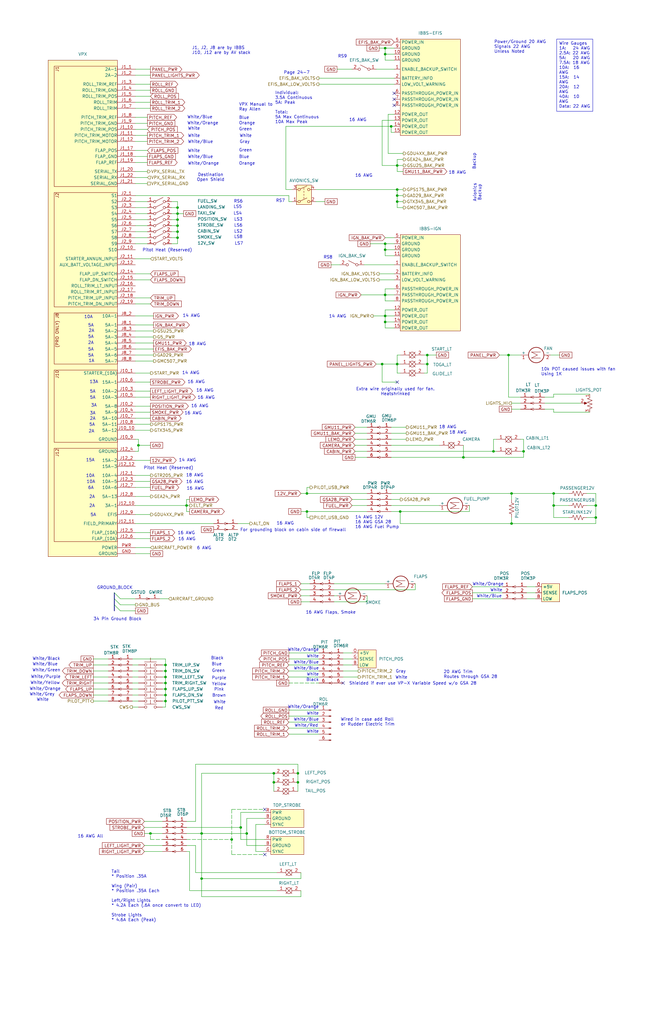
<source format=kicad_sch>
(kicad_sch (version 20250114) (generator "eeschema") (generator_version "9.0")
  (paper "B" portrait)
  (title_block (title "Power Distribution") (date "2025-11-03") (rev "1.2.2") (company "N78HR"))
  (text "16 AWG" (at 82.804 161.29 0) (effects (font (size 1.27 1.27))))
  (text "16 AWG" (at 74.93 225.806 0) (effects (font (size 1.27 1.27)) (justify left bottom)))
  (text "Destination\nOpen Shield" (at 88.9 74.93 0) (effects (font (size 1.27 1.27))))
  (text "14 AWG" (at 80.518 157.48 0) (effects (font (size 1.27 1.27))))
  (text "16 AWG Flaps, Smoke" (at 129.032 258.572 0) (effects (font (size 1.27 1.27)) (justify left)))
  (text "16 AWG" (at 82.804 165.608 0) (effects (font (size 1.27 1.27)) (justify left bottom)))
  (text "Yellow" (at 92.456 288.798 0) (effects (font (size 1.27 1.27))))
  (text "16 AWG" (at 84.328 171.45 0) (effects (font (size 1.27 1.27))))
  (text "RS8" (at 138.43 108.712 0) (effects (font (size 1.27 1.27))))
  (text "Power/Ground 20 AWG\nSignals 22 AWG\nUnless Noted" (at 208.534 19.812 0) (effects (font (size 1.27 1.27)) (justify left)))
  (text "Pink" (at 92.456 291.084 0) (effects (font (size 1.27 1.27))))
  (text "VPX Manual to\nRay Allen" (at 100.838 45.212 0) (effects (font (size 1.27 1.27)) (justify left)))
  (text "Pitot Heat (Reserved)" (at 70.612 105.664 0) (effects (font (size 1.27 1.27))))
  (text "White/Blue" (at 134.62 303.784 0) (effects (font (size 1.27 1.27)) (justify right)))
  (text "5A" (at 38.354 147.574 0) (effects (font (size 1.27 1.27))))
  (text "RS6" (at 100.584 85.09 0) (effects (font (size 1.27 1.27))))
  (text "2A" (at 38.608 139.7 0) (effects (font (size 1.27 1.27))))
  (text "White/Grey" (at 17.78 293.116 0) (effects (font (size 1.27 1.27))))
  (text "White/Purple" (at 19.304 285.75 0) (effects (font (size 1.27 1.27))))
  (text "14 AWG" (at 80.772 133.35 0) (effects (font (size 1.27 1.27))))
  (text "18 AWG" (at 188.976 180.34 0) (effects (font (size 1.27 1.27))))
  (text "Tail\n* Position .35A\n\nWing (Pair)\n* Position .35A Each\n\nLeft/Right Lights\n* 4.2A Each (.6A once convert to LED)\n\nStrobe Lights\n* 4.6A Each (Peak)" (at 46.99 378.206 0) (effects (font (size 1.27 1.27)) (justify left)))
  (text "LS3" (at 100.584 92.71 0) (effects (font (size 1.27 1.27))))
  (text "Orange" (at 100.838 69.088 0) (effects (font (size 1.27 1.27)) (justify left)))
  (text "Backup" (at 200.914 71.628 90) (effects (font (size 1.27 1.27)) (justify left bottom)))
  (text "2A" (at 38.862 213.614 0) (effects (font (size 1.27 1.27))))
  (text "18 AWG" (at 83.312 145.288 0) (effects (font (size 1.27 1.27))))
  (text "White/Blue" (at 211.836 251.714 0) (effects (font (size 1.27 1.27)) (justify right)))
  (text "18 AWG" (at 78.486 201.422 0) (effects (font (size 1.27 1.27)) (justify left bottom)))
  (text "18 AWG" (at 193.04 72.898 0) (effects (font (size 1.27 1.27))))
  (text "5A" (at 38.354 150.114 0) (effects (font (size 1.27 1.27))))
  (text "White" (at 134.62 301.244 0) (effects (font (size 1.27 1.27)) (justify right)))
  (text "LS4" (at 100.33 90.17 0) (effects (font (size 1.27 1.27))))
  (text "16 AWG" (at 78.486 204.216 0) (effects (font (size 1.27 1.27)) (justify left bottom)))
  (text "10A" (at 37.338 133.858 0) (effects (font (size 1.27 1.27))))
  (text "White/Orange" (at 134.62 298.45 0) (effects (font (size 1.27 1.27)) (justify right)))
  (text "Blue" (at 100.838 49.784 0) (effects (font (size 1.27 1.27)) (justify left)))
  (text "2A" (at 38.354 144.78 0) (effects (font (size 1.27 1.27))))
  (text "6 AWG" (at 83.058 232.156 0) (effects (font (size 1.27 1.27)) (justify left bottom)))
  (text "16 AWG All" (at 32.766 353.822 0) (effects (font (size 1.27 1.27)) (justify left bottom)))
  (text "White" (at 169.418 286.004 0) (effects (font (size 1.27 1.27))))
  (text "Shielded if ever use VP-X Variable Speed w/o GSA 28" (at 147.32 288.544 0) (effects (font (size 1.27 1.27)) (justify left)))
  (text "2A" (at 38.862 209.804 0) (effects (font (size 1.27 1.27))))
  (text "Green" (at 100.838 63.5 0) (effects (font (size 1.27 1.27)) (justify left)))
  (text "LS7" (at 100.838 102.87 0) (effects (font (size 1.27 1.27))))
  (text "RS9" (at 144.526 23.876 0) (effects (font (size 1.27 1.27))))
  (text "10k POT caused issues with fan\nUsing 1K" (at 228.346 156.972 0) (effects (font (size 1.27 1.27)) (justify left)))
  (text "White" (at 134.62 284.734 0) (effects (font (size 1.27 1.27)) (justify right)))
  (text "Black" (at 134.62 287.02 0) (effects (font (size 1.27 1.27)) (justify right)))
  (text "Blue" (at 91.44 280.416 0) (effects (font (size 1.27 1.27))))
  (text "14 AWG" (at 142.494 133.604 0) (effects (font (size 1.27 1.27))))
  (text "16 AWG" (at 78.74 207.01 0) (effects (font (size 1.27 1.27)) (justify left bottom)))
  (text "LS5" (at 100.33 87.376 0) (effects (font (size 1.27 1.27))))
  (text "White" (at 79.248 57.404 0) (effects (font (size 1.27 1.27)) (justify left)))
  (text "16 AWG" (at 83.312 168.656 0) (effects (font (size 1.27 1.27)) (justify left bottom)))
  (text "White" (at 134.62 277.114 0) (effects (font (size 1.27 1.27)) (justify right)))
  (text "1A" (at 38.608 152.4 0) (effects (font (size 1.27 1.27))))
  (text "White/Blue" (at 134.62 279.654 0) (effects (font (size 1.27 1.27)) (justify right)))
  (text "White" (at 134.62 308.864 0) (effects (font (size 1.27 1.27)) (justify right)))
  (text "White/Orange" (at 134.62 274.32 0) (effects (font (size 1.27 1.27)) (justify right)))
  (text "3A" (at 39.116 174.498 0) (effects (font (size 1.27 1.27))))
  (text "LS2" (at 100.584 97.79 0) (effects (font (size 1.27 1.27))))
  (text "White" (at 79.248 63.754 0) (effects (font (size 1.27 1.27)) (justify left)))
  (text "White/Blue" (at 129.286 282.194 0) (effects (font (size 1.27 1.27))))
  (text "13A" (at 39.624 161.29 0) (effects (font (size 1.27 1.27))))
  (text "16 AWG" (at 149.86 74.93 0) (effects (font (size 1.27 1.27)) (justify left bottom)))
  (text "Green" (at 100.838 54.61 0) (effects (font (size 1.27 1.27)) (justify left)))
  (text "White/Black" (at 19.558 278.13 0) (effects (font (size 1.27 1.27))))
  (text "RS7" (at 118.364 84.836 0) (effects (font (size 1.27 1.27))))
  (text "5A" (at 39.116 165.354 0) (effects (font (size 1.27 1.27))))
  (text "White/Blue" (at 78.994 49.53 0) (effects (font (size 1.27 1.27)) (justify left)))
  (text "LS8" (at 100.584 100.076 0) (effects (font (size 1.27 1.27))))
  (text "White/Red" (at 129.286 306.324 0) (effects (font (size 1.27 1.27))))
  (text "GROUND_BLOCK" (at 40.894 248.92 0) (effects (font (size 1.27 1.27)) (justify left bottom)))
  (text "Individual:\n3.5A Continuous\n5A: Peak\n\nTotal:\n5A Max Continuous\n10A Max Peak" (at 116.078 52.324 0) (effects (font (size 1.27 1.27)) (justify left bottom)))
  (text "2A" (at 38.608 182.118 0) (effects (font (size 1.27 1.27))))
  (text "16 AWG" (at 147.32 51.435 0) (effects (font (size 1.27 1.27)) (justify left bottom)))
  (text "10A" (at 38.1 200.914 0) (effects (font (size 1.27 1.27))))
  (text "3A" (at 39.624 171.196 0) (effects (font (size 1.27 1.27))))
  (text "White" (at 212.09 249.174 0) (effects (font (size 1.27 1.27)) (justify right)))
  (text "34 Pin Ground Block" (at 39.37 261.366 0) (effects (font (size 1.27 1.27)) (justify left)))
  (text "White" (at 92.71 296.418 0) (effects (font (size 1.27 1.27))))
  (text "15A" (at 38.1 194.31 0) (effects (font (size 1.27 1.27))))
  (text "16 AWG" (at 81.534 174.498 0) (effects (font (size 1.27 1.27))))
  (text "Purple" (at 92.456 286.258 0) (effects (font (size 1.27 1.27))))
  (text "2A" (at 39.116 176.784 0) (effects (font (size 1.27 1.27))))
  (text "16 AWG" (at 75.184 228.346 0) (effects (font (size 1.27 1.27)) (justify left bottom)))
  (text "Gray" (at 169.164 283.464 0) (effects (font (size 1.27 1.27))))
  (text "20 AWG Trim\nRoutes through GSA 28" (at 187.198 284.734 0) (effects (font (size 1.27 1.27)) (justify left)))
  (text "White/Orange" (at 79.248 69.088 0) (effects (font (size 1.27 1.27)) (justify left)))
  (text "White" (at 101.092 57.404 0) (effects (font (size 1.27 1.27)) (justify left)))
  (text "5A" (at 38.354 137.414 0) (effects (font (size 1.27 1.27))))
  (text "Brown" (at 92.456 293.624 0) (effects (font (size 1.27 1.27))))
  (text "White/Blue" (at 19.05 280.416 0) (effects (font (size 1.27 1.27))))
  (text "Red" (at 92.456 298.958 0) (effects (font (size 1.27 1.27))))
  (text "Green" (at 92.202 283.21 0) (effects (font (size 1.27 1.27))))
  (text "White/Orange" (at 212.598 246.634 0) (effects (font (size 1.27 1.27)) (justify right)))
  (text "Avionics\nBackup" (at 203.2 81.28 90) (effects (font (size 1.27 1.27)) (justify bottom)))
  (text "Gray" (at 101.092 59.944 0) (effects (font (size 1.27 1.27)) (justify left)))
  (text "Wired in case add Roll\nor Rudder Electric Trim" (at 143.764 304.8 0) (effects (font (size 1.27 1.27)) (justify left)))
  (text "5A" (at 38.862 179.324 0) (effects (font (size 1.27 1.27))))
  (text "Pitot Heat (Reserved)" (at 71.12 197.612 0) (effects (font (size 1.27 1.27))))
  (text "White/Yellow" (at 19.05 288.29 0) (effects (font (size 1.27 1.27))))
  (text "White/Orange" (at 19.05 290.83 0) (effects (font (size 1.27 1.27))))
  (text "5A" (at 39.37 217.424 0) (effects (font (size 1.27 1.27))))
  (text "J1, J2, J8 are by IBBS\nJ10, J12 are by AV stack" (at 81.026 21.336 0) (effects (font (size 1.27 1.27)) (justify left)))
  (text "5A" (at 38.354 142.24 0) (effects (font (size 1.27 1.27))))
  (text "18 AWG" (at 193.294 182.626 0) (effects (font (size 1.27 1.27))))
  (text "6A" (at 38.354 205.994 0) (effects (font (size 1.27 1.27))))
  (text "Orange" (at 100.838 52.07 0) (effects (font (size 1.27 1.27)) (justify left)))
  (text "For grounding block on cabin side of firewall" (at 101.346 223.774 0) (effects (font (size 1.27 1.27)) (justify left)))
  (text "White" (at 79.248 54.356 0) (effects (font (size 1.27 1.27)) (justify left)))
  (text "Blue" (at 100.838 66.294 0) (effects (font (size 1.27 1.27)) (justify left)))
  (text "14 AWG" (at 75.438 195.072 0) (effects (font (size 1.27 1.27)) (justify left bottom)))
  (text "White/Orange" (at 78.994 52.07 0) (effects (font (size 1.27 1.27)) (justify left)))
  (text "10A" (at 38.354 203.454 0) (effects (font (size 1.27 1.27))))
  (text "14 AWG 12V\n16 AWG GSA 28\n16 AWG Fuel Pump" (at 149.86 220.472 0) (effects (font (size 1.27 1.27)) (justify left)))
  (text "White/Blue" (at 79.248 66.294 0) (effects (font (size 1.27 1.27)) (justify left)))
  (text "Page 24-7" (at 125.222 30.734 0) (effects (font (size 1.27 1.27))))
  (text "Black" (at 91.694 277.876 0) (effects (font (size 1.27 1.27))))
  (text "16 AWG" (at 120.396 220.98 0) (effects (font (size 1.27 1.27))))
  (text "Extra wire originally used for fan.\nHeatshrinked" (at 166.878 165.354 0) (effects (font (size 1.27 1.27))))
  (text "White/Blue" (at 79.248 59.944 0) (effects (font (size 1.27 1.27)) (justify left)))
  (text "5A" (at 39.116 167.894 0) (effects (font (size 1.27 1.27))))
  (text "White" (at 18.034 295.402 0) (effects (font (size 1.27 1.27))))
  (text "White/Green" (at 19.558 282.956 0) (effects (font (size 1.27 1.27))))
  (text "LS6" (at 100.584 95.25 0) (effects (font (size 1.27 1.27))))
  (text_box "Wire Gauges\n1A:   24 AWG\n2.5A: 22 AWG\n5A:   20 AWG\n7.5A: 18 AWG\n10A:  16 AWG\n15A:  14 AWG\n20A:  12 AWG\n40A:  10 AWG\nData: 22 AWG" (at 234.95 16.51 0) (size 15.24 30.48) (margins 0.9525 0.9525 0.9525 0.9525) (effects (font (size 1.27 1.27)) (justify left top)))
  (junction (at 167.64 153.67))
  (junction (at 69.85 293.37))
  (junction (at 69.85 280.67))
  (junction (at 125.73 326.39))
  (junction (at 215.9 220.98))
  (junction (at 180.34 153.67))
  (junction (at 251.46 213.36))
  (junction (at 74.93 100.33))
  (junction (at 220.98 190.5))
  (junction (at 129.54 208.28))
  (junction (at 69.85 283.21))
  (junction (at 195.58 193.04))
  (junction (at 104.14 351.79))
  (junction (at 115.57 330.2))
  (junction (at 85.09 370.84))
  (junction (at 233.68 208.28))
  (junction (at 208.28 190.5))
  (junction (at 165.1 53.34))
  (junction (at 214.63 149.86))
  (junction (at 233.68 213.36))
  (junction (at 74.93 90.17))
  (junction (at 115.57 326.39))
  (junction (at 63.5 351.79))
  (junction (at 162.56 20.32))
  (junction (at 168.91 215.9))
  (junction (at 161.29 153.67))
  (junction (at 162.56 105.41))
  (junction (at 251.46 218.44))
  (junction (at 58.42 187.96))
  (junction (at 78.74 213.36))
  (junction (at 162.56 22.86))
  (junction (at 162.56 133.35))
  (junction (at 101.6 349.25))
  (junction (at 162.56 135.89))
  (junction (at 74.93 97.79))
  (junction (at 129.54 215.9))
  (junction (at 74.93 95.25))
  (junction (at 74.93 92.71))
  (junction (at 167.64 80.01))
  (junction (at 74.93 87.63))
  (junction (at 167.64 85.09))
  (junction (at 125.73 330.2))
  (junction (at 69.85 290.83))
  (junction (at 69.85 288.29))
  (junction (at 69.85 285.75))
  (junction (at 162.56 124.46))
  (junction (at 85.09 351.79))
  (junction (at 215.9 208.28))
  (junction (at 162.56 102.87))
  (junction (at 167.64 82.55))
  (junction (at 180.34 149.86))
  (junction (at 69.85 295.91))
  (junction (at 167.64 69.85))
  (junction (at 97.79 354.33))
  (no_connect (at 166.37 39.37))
  (no_connect (at 111.76 360.68))
  (no_connect (at 166.37 44.45))
  (no_connect (at 111.76 341.63))
  (no_connect (at 167.64 161.29))
  (no_connect (at 144.78 288.29))
  (no_connect (at 166.37 41.91))
  (bus_entry (at 48.26 250.19) (size 2.54 2.54))
  (bus_entry (at 48.26 255.27) (size 2.54 2.54))
  (bus_entry (at 48.26 252.73) (size 2.54 2.54))
  (wire (pts (xy 69.85 285.75) (xy 69.85 283.21)))
  (wire (pts (xy 165.1 180.34) (xy 171.45 180.34)))
  (wire (pts (xy 179.07 149.86) (xy 180.34 149.86)))
  (wire (pts (xy 220.98 185.42) (xy 220.98 190.5)))
  (wire (pts (xy 60.96 359.41) (xy 68.58 359.41)))
  (wire (pts (xy 162.56 20.32) (xy 162.56 22.86)))
  (wire (pts (xy 68.58 283.21) (xy 69.85 283.21)))
  (wire (pts (xy 127 368.3) (xy 127 370.84)))
  (wire (pts (xy 72.39 95.25) (xy 74.93 95.25)))
  (wire (pts (xy 166.37 20.32) (xy 162.56 20.32)))
  (wire (pts (xy 78.74 210.82) (xy 78.74 213.36)))
  (wire (pts (xy 58.42 187.96) (xy 63.5 187.96)))
  (wire (pts (xy 57.15 29.21) (xy 63.5 29.21)))
  (wire (pts (xy 163.83 64.77) (xy 170.18 64.77)))
  (wire (pts (xy 60.96 346.71) (xy 68.58 346.71)))
  (wire (pts (xy 158.75 153.67) (xy 161.29 153.67)))
  (wire (pts (xy 170.18 69.85) (xy 167.64 69.85)))
  (wire (pts (xy 170.18 87.63) (xy 167.64 87.63)))
  (wire (pts (xy 167.64 67.31) (xy 167.64 69.85)))
  (wire (pts (xy 215.9 172.72) (xy 219.71 172.72)))
  (wire (pts (xy 233.68 213.36) (xy 233.68 218.44)))
  (wire (pts (xy 125.73 330.2) (xy 125.73 334.01)))
  (wire (pts (xy 57.15 40.64) (xy 63.5 40.64)))
  (wire (pts (xy 149.86 190.5) (xy 154.94 190.5)))
  (wire (pts (xy 166.37 55.88) (xy 165.1 55.88)))
  (wire (pts (xy 129.54 218.44) (xy 129.54 215.9)))
  (wire (pts (xy 179.07 153.67) (xy 180.34 153.67)))
  (wire (pts (xy 121.92 275.59) (xy 134.62 275.59)))
  (wire (pts (xy 165.1 185.42) (xy 171.45 185.42)))
  (wire (pts (xy 144.78 285.75) (xy 151.13 285.75)))
  (wire (pts (xy 55.88 288.29) (xy 58.42 288.29)))
  (wire (pts (xy 168.91 215.9) (xy 168.91 220.98)))
  (wire (pts (xy 60.96 349.25) (xy 68.58 349.25)))
  (wire (pts (xy 121.92 309.88) (xy 134.62 309.88)))
  (wire (pts (xy 127 208.28) (xy 129.54 208.28)))
  (wire (pts (xy 167.64 82.55) (xy 167.64 80.01)))
  (wire (pts (xy 167.64 153.67) (xy 167.64 149.86)))
  (wire (pts (xy 57.15 133.35) (xy 64.77 133.35)))
  (wire (pts (xy 69.85 280.67) (xy 68.58 280.67)))
  (wire (pts (xy 162.56 105.41) (xy 162.56 102.87)))
  (wire (pts (xy 214.63 149.86) (xy 214.63 167.64)))
  (wire (pts (xy 198.12 215.9) (xy 198.12 213.36)))
  (wire (pts (xy 60.96 351.79) (xy 63.5 351.79)))
  (wire (pts (xy 57.15 233.68) (xy 63.5 233.68)))
  (wire (pts (xy 85.09 351.79) (xy 85.09 370.84)))
  (wire (pts (xy 57.15 231.14) (xy 63.5 231.14)))
  (wire (pts (xy 167.64 157.48) (xy 167.64 153.67)))
  (wire (pts (xy 55.88 285.75) (xy 58.42 285.75)))
  (wire (pts (xy 57.15 205.74) (xy 63.5 205.74)))
  (wire (pts (xy 78.74 349.25) (xy 101.6 349.25)))
  (wire (pts (xy 111.76 356.87) (xy 104.14 356.87)))
  (wire (pts (xy 111.76 342.9) (xy 101.6 342.9)))
  (wire (pts (xy 233.68 172.72) (xy 233.68 173.99)))
  (wire (pts (xy 167.64 87.63) (xy 167.64 85.09)))
  (wire (pts (xy 55.88 298.45) (xy 58.42 298.45)))
  (wire (pts (xy 168.91 220.98) (xy 215.9 220.98)))
  (wire (pts (xy 134.62 33.02) (xy 166.37 33.02)))
  (wire (pts (xy 167.64 82.55) (xy 170.18 82.55)))
  (wire (pts (xy 74.93 85.09) (xy 74.93 87.63)))
  (wire (pts (xy 57.15 35.56) (xy 63.5 35.56)))
  (wire (pts (xy 229.87 172.72) (xy 233.68 172.72)))
  (wire (pts (xy 170.18 67.31) (xy 167.64 67.31)))
  (wire (pts (xy 165.1 210.82) (xy 168.91 210.82)))
  (wire (pts (xy 78.74 359.41) (xy 80.01 359.41)))
  (wire (pts (xy 57.15 128.27) (xy 63.5 128.27)))
  (wire (pts (xy 120.65 80.01) (xy 123.19 80.01)))
  (wire (pts (xy 57.15 85.09) (xy 62.23 85.09)))
  (wire (pts (xy 142.24 29.21) (xy 148.59 29.21)))
  (wire (pts (xy 107.95 347.98) (xy 111.76 347.98)))
  (wire (pts (xy 85.09 370.84) (xy 127 370.84)))
  (wire (pts (xy 74.93 90.17) (xy 74.93 92.71)))
  (wire (pts (xy 57.15 109.22) (xy 63.5 109.22)))
  (wire (pts (xy 69.85 295.91) (xy 69.85 298.45)))
  (wire (pts (xy 57.15 185.42) (xy 58.42 185.42)))
  (wire (pts (xy 180.34 149.86) (xy 184.15 149.86)))
  (wire (pts (xy 127 246.38) (xy 130.81 246.38)))
  (wire (pts (xy 162.56 25.4) (xy 162.56 22.86)))
  (wire (pts (xy 161.29 153.67) (xy 167.64 153.67)))
  (wire (pts (xy 220.98 193.04) (xy 220.98 190.5)))
  (wire (pts (xy 127 248.92) (xy 130.81 248.92)))
  (wire (pts (xy 125.73 326.39) (xy 125.73 330.2)))
  (wire (pts (xy 57.15 102.87) (xy 62.23 102.87)))
  (wire (pts (xy 55.88 278.13) (xy 69.85 278.13)))
  (wire (pts (xy 166.37 107.95) (xy 162.56 107.95)))
  (wire (pts (xy 57.15 49.53) (xy 62.23 49.53)))
  (wire (pts (xy 57.15 137.16) (xy 64.77 137.16)))
  (wire (pts (xy 57.15 220.98) (xy 90.17 220.98)))
  (wire (pts (xy 74.93 95.25) (xy 74.93 92.71)))
  (wire (pts (xy 78.74 354.33) (xy 97.79 354.33)) (stroke (width 0) (type dash)))
  (wire (pts (xy 160.02 20.32) (xy 162.56 20.32)))
  (wire (pts (xy 85.09 370.84) (xy 85.09 378.46)))
  (wire (pts (xy 57.15 144.78) (xy 64.77 144.78)))
  (wire (pts (xy 148.59 210.82) (xy 154.94 210.82)))
  (wire (pts (xy 229.87 167.64) (xy 233.68 167.64)))
  (wire (pts (xy 180.34 153.67) (xy 180.34 149.86)))
  (wire (pts (xy 127 251.46) (xy 130.81 251.46)))
  (wire (pts (xy 57.15 224.79) (xy 63.5 224.79)))
  (wire (pts (xy 57.15 149.86) (xy 64.77 149.86)))
  (wire (pts (xy 50.8 257.81) (xy 57.15 257.81)))
  (wire (pts (xy 78.74 351.79) (xy 85.09 351.79)))
  (wire (pts (xy 57.15 147.32) (xy 64.77 147.32)))
  (wire (pts (xy 74.93 90.17) (xy 77.47 90.17)))
  (wire (pts (xy 57.15 194.31) (xy 63.5 194.31)))
  (wire (pts (xy 57.15 176.53) (xy 63.5 176.53)))
  (wire (pts (xy 63.5 354.33) (xy 63.5 351.79)) (stroke (width 0) (type dash)))
  (wire (pts (xy 222.25 247.65) (xy 226.06 247.65)))
  (wire (pts (xy 57.15 161.29) (xy 63.5 161.29)))
  (wire (pts (xy 170.18 72.39) (xy 167.64 72.39)))
  (wire (pts (xy 165.1 55.88) (xy 165.1 53.34)))
  (wire (pts (xy 55.88 293.37) (xy 58.42 293.37)))
  (wire (pts (xy 165.1 208.28) (xy 215.9 208.28)))
  (wire (pts (xy 101.6 342.9) (xy 101.6 349.25)))
  (wire (pts (xy 133.35 80.01) (xy 167.64 80.01)))
  (wire (pts (xy 39.37 283.21) (xy 45.72 283.21)))
  (wire (pts (xy 195.58 193.04) (xy 220.98 193.04)))
  (wire (pts (xy 199.39 250.19) (xy 212.09 250.19)))
  (wire (pts (xy 140.97 251.46) (xy 142.24 251.46)))
  (wire (pts (xy 233.68 166.37) (xy 248.92 166.37)))
  (wire (pts (xy 57.15 68.58) (xy 62.23 68.58)))
  (wire (pts (xy 39.37 295.91) (xy 45.72 295.91)))
  (wire (pts (xy 50.8 255.27) (xy 57.15 255.27)))
  (wire (pts (xy 111.76 345.44) (xy 104.14 345.44)))
  (wire (pts (xy 161.29 69.85) (xy 167.64 69.85)))
  (wire (pts (xy 222.25 252.73) (xy 226.06 252.73)))
  (wire (pts (xy 68.58 290.83) (xy 69.85 290.83)))
  (wire (pts (xy 149.86 193.04) (xy 154.94 193.04)))
  (wire (pts (xy 57.15 57.15) (xy 62.23 57.15)))
  (wire (pts (xy 165.1 190.5) (xy 208.28 190.5)))
  (wire (pts (xy 39.37 290.83) (xy 45.72 290.83)))
  (wire (pts (xy 57.15 200.66) (xy 63.5 200.66)))
  (wire (pts (xy 162.56 127) (xy 166.37 127)))
  (bus (pts (xy 48.26 252.73) (xy 48.26 255.27)))
  (wire (pts (xy 208.28 185.42) (xy 209.55 185.42)))
  (wire (pts (xy 233.68 208.28) (xy 240.03 208.28)))
  (wire (pts (xy 80.01 375.92) (xy 116.84 375.92)))
  (wire (pts (xy 68.58 298.45) (xy 69.85 298.45)))
  (wire (pts (xy 57.15 66.04) (xy 62.23 66.04)))
  (wire (pts (xy 55.88 290.83) (xy 58.42 290.83)))
  (wire (pts (xy 57.15 52.07) (xy 62.23 52.07)))
  (wire (pts (xy 57.15 171.45) (xy 63.5 171.45)))
  (wire (pts (xy 139.7 111.76) (xy 143.51 111.76)))
  (wire (pts (xy 85.09 326.39) (xy 115.57 326.39)))
  (wire (pts (xy 165.1 53.34) (xy 166.37 53.34)))
  (wire (pts (xy 57.15 142.24) (xy 64.77 142.24)))
  (wire (pts (xy 162.56 121.92) (xy 162.56 124.46)))
  (wire (pts (xy 162.56 138.43) (xy 166.37 138.43)))
  (wire (pts (xy 60.96 356.87) (xy 68.58 356.87)))
  (wire (pts (xy 162.56 124.46) (xy 162.56 127)))
  (wire (pts (xy 215.9 170.18) (xy 219.71 170.18)))
  (wire (pts (xy 63.5 354.33) (xy 68.58 354.33)) (stroke (width 0) (type dash)))
  (wire (pts (xy 57.15 227.33) (xy 63.5 227.33)))
  (wire (pts (xy 229.87 170.18) (xy 245.11 170.18)))
  (wire (pts (xy 82.55 322.58) (xy 82.55 346.71)))
  (wire (pts (xy 57.15 152.4) (xy 64.77 152.4)))
  (wire (pts (xy 162.56 130.81) (xy 162.56 133.35)))
  (wire (pts (xy 144.78 278.13) (xy 148.59 278.13)))
  (wire (pts (xy 85.09 378.46) (xy 127 378.46)))
  (wire (pts (xy 63.5 351.79) (xy 68.58 351.79)))
  (wire (pts (xy 69.85 293.37) (xy 69.85 290.83)))
  (wire (pts (xy 57.15 181.61) (xy 63.5 181.61)))
  (wire (pts (xy 140.97 246.38) (xy 162.56 246.38)))
  (wire (pts (xy 115.57 326.39) (xy 115.57 330.2)))
  (wire (pts (xy 68.58 285.75) (xy 69.85 285.75)))
  (wire (pts (xy 120.65 53.34) (xy 165.1 53.34)))
  (wire (pts (xy 134.62 35.56) (xy 166.37 35.56)))
  (wire (pts (xy 240.03 213.36) (xy 233.68 213.36)))
  (wire (pts (xy 167.64 80.01) (xy 170.18 80.01)))
  (wire (pts (xy 251.46 213.36) (xy 251.46 218.44)))
  (wire (pts (xy 39.37 288.29) (xy 45.72 288.29)))
  (wire (pts (xy 55.88 295.91) (xy 58.42 295.91)))
  (wire (pts (xy 149.86 180.34) (xy 154.94 180.34)))
  (wire (pts (xy 162.56 102.87) (xy 166.37 102.87)))
  (wire (pts (xy 153.67 111.76) (xy 166.37 111.76)))
  (wire (pts (xy 219.71 190.5) (xy 220.98 190.5)))
  (wire (pts (xy 57.15 217.17) (xy 63.5 217.17)))
  (wire (pts (xy 165.1 215.9) (xy 168.91 215.9)))
  (wire (pts (xy 121.92 85.09) (xy 121.92 82.55)))
  (wire (pts (xy 55.88 283.21) (xy 58.42 283.21)))
  (wire (pts (xy 133.35 85.09) (xy 137.16 85.09)))
  (wire (pts (xy 69.85 283.21) (xy 69.85 280.67)))
  (wire (pts (xy 170.18 85.09) (xy 167.64 85.09)))
  (wire (pts (xy 121.92 82.55) (xy 57.15 82.55)))
  (wire (pts (xy 162.56 135.89) (xy 166.37 135.89)))
  (wire (pts (xy 140.97 248.92) (xy 175.26 248.92)))
  (wire (pts (xy 120.65 53.34) (xy 120.65 80.01)))
  (wire (pts (xy 140.97 254) (xy 154.94 254)))
  (wire (pts (xy 57.15 157.48) (xy 63.5 157.48)))
  (wire (pts (xy 156.21 102.87) (xy 162.56 102.87)))
  (wire (pts (xy 121.92 304.8) (xy 134.62 304.8)))
  (wire (pts (xy 251.46 208.28) (xy 247.65 208.28)))
  (wire (pts (xy 127 215.9) (xy 129.54 215.9)))
  (wire (pts (xy 80.01 215.9) (xy 78.74 215.9)))
  (wire (pts (xy 180.34 157.48) (xy 180.34 153.67)))
  (wire (pts (xy 72.39 85.09) (xy 74.93 85.09)))
  (wire (pts (xy 57.15 31.75) (xy 63.5 31.75)))
  (wire (pts (xy 240.03 218.44) (xy 233.68 218.44)))
  (wire (pts (xy 121.92 280.67) (xy 134.62 280.67)))
  (wire (pts (xy 72.39 87.63) (xy 74.93 87.63)))
  (wire (pts (xy 82.55 368.3) (xy 116.84 368.3)))
  (wire (pts (xy 214.63 167.64) (xy 219.71 167.64)))
  (wire (pts (xy 68.58 288.29) (xy 69.85 288.29)))
  (wire (pts (xy 215.9 218.44) (xy 215.9 220.98)))
  (wire (pts (xy 57.15 95.25) (xy 62.23 95.25)))
  (wire (pts (xy 144.78 280.67) (xy 148.59 280.67)))
  (wire (pts (xy 57.15 115.57) (xy 63.5 115.57)))
  (wire (pts (xy 161.29 50.8) (xy 166.37 50.8)))
  (wire (pts (xy 85.09 326.39) (xy 85.09 351.79)))
  (wire (pts (xy 144.78 275.59) (xy 148.59 275.59)))
  (wire (pts (xy 57.15 54.61) (xy 62.23 54.61)))
  (wire (pts (xy 168.91 157.48) (xy 167.64 157.48)))
  (wire (pts (xy 72.39 92.71) (xy 74.93 92.71)))
  (wire (pts (xy 215.9 210.82) (xy 215.9 208.28)))
  (wire (pts (xy 97.79 341.63) (xy 111.76 341.63)) (stroke (width 0) (type dash)))
  (wire (pts (xy 165.1 193.04) (xy 195.58 193.04)))
  (wire (pts (xy 78.74 215.9) (xy 78.74 213.36)))
  (wire (pts (xy 80.01 359.41) (xy 80.01 375.92)))
  (wire (pts (xy 167.64 85.09) (xy 167.64 82.55)))
  (wire (pts (xy 57.15 167.64) (xy 63.5 167.64)))
  (wire (pts (xy 39.37 293.37) (xy 45.72 293.37)))
  (wire (pts (xy 97.79 341.63) (xy 97.79 354.33)) (stroke (width 0) (type dash)))
  (wire (pts (xy 78.74 210.82) (xy 80.01 210.82)))
  (wire (pts (xy 233.68 208.28) (xy 233.68 213.36)))
  (wire (pts (xy 74.93 100.33) (xy 74.93 97.79)))
  (wire (pts (xy 166.37 48.26) (xy 163.83 48.26)))
  (wire (pts (xy 162.56 135.89) (xy 162.56 138.43)))
  (wire (pts (xy 58.42 187.96) (xy 58.42 190.5)))
  (wire (pts (xy 165.1 187.96) (xy 185.42 187.96)))
  (wire (pts (xy 57.15 43.18) (xy 63.5 43.18)))
  (wire (pts (xy 121.92 302.26) (xy 134.62 302.26)))
  (wire (pts (xy 57.15 190.5) (xy 58.42 190.5)))
  (wire (pts (xy 125.73 322.58) (xy 82.55 322.58)))
  (wire (pts (xy 210.82 149.86) (xy 214.63 149.86)))
  (wire (pts (xy 233.68 173.99) (xy 248.92 173.99)))
  (wire (pts (xy 149.86 187.96) (xy 154.94 187.96)))
  (wire (pts (xy 149.86 185.42) (xy 154.94 185.42)))
  (wire (pts (xy 162.56 133.35) (xy 166.37 133.35)))
  (wire (pts (xy 127 375.92) (xy 127 378.46)))
  (wire (pts (xy 175.26 248.92) (xy 175.26 246.38)))
  (wire (pts (xy 199.39 247.65) (xy 212.09 247.65)))
  (wire (pts (xy 179.07 157.48) (xy 180.34 157.48)))
  (wire (pts (xy 247.65 213.36) (xy 251.46 213.36)))
  (wire (pts (xy 68.58 295.91) (xy 69.85 295.91)))
  (wire (pts (xy 57.15 118.11) (xy 63.5 118.11)))
  (wire (pts (xy 58.42 185.42) (xy 58.42 187.96)))
  (wire (pts (xy 121.92 278.13) (xy 134.62 278.13)))
  (wire (pts (xy 50.8 252.73) (xy 57.15 252.73)))
  (wire (pts (xy 39.37 285.75) (xy 45.72 285.75)))
  (wire (pts (xy 78.74 356.87) (xy 82.55 356.87)))
  (wire (pts (xy 162.56 124.46) (xy 166.37 124.46)))
  (wire (pts (xy 100.33 220.98) (xy 105.41 220.98)))
  (wire (pts (xy 160.02 115.57) (xy 166.37 115.57)))
  (bus (pts (xy 48.26 255.27) (xy 48.26 257.81)))
  (wire (pts (xy 57.15 72.39) (xy 62.23 72.39)))
  (wire (pts (xy 69.85 278.13) (xy 69.85 280.67)))
  (wire (pts (xy 74.93 87.63) (xy 74.93 90.17)))
  (wire (pts (xy 215.9 208.28) (xy 233.68 208.28)))
  (wire (pts (xy 57.15 173.99) (xy 63.5 173.99)))
  (wire (pts (xy 57.15 90.17) (xy 62.23 90.17)))
  (wire (pts (xy 107.95 359.41) (xy 107.95 347.98)))
  (wire (pts (xy 144.78 283.21) (xy 151.13 283.21)))
  (wire (pts (xy 111.76 359.41) (xy 107.95 359.41)))
  (wire (pts (xy 161.29 50.8) (xy 161.29 69.85)))
  (wire (pts (xy 121.92 288.29) (xy 134.62 288.29)) (stroke (width 0) (type dash)))
  (wire (pts (xy 168.91 153.67) (xy 167.64 153.67)))
  (wire (pts (xy 220.98 185.42) (xy 219.71 185.42)))
  (wire (pts (xy 57.15 77.47) (xy 62.23 77.47)))
  (wire (pts (xy 163.83 48.26) (xy 163.83 64.77)))
  (wire (pts (xy 158.75 29.21) (xy 166.37 29.21)))
  (wire (pts (xy 57.15 74.93) (xy 62.23 74.93)))
  (wire (pts (xy 115.57 330.2) (xy 115.57 334.01)))
  (wire (pts (xy 165.1 213.36) (xy 185.42 213.36)))
  (wire (pts (xy 57.15 100.33) (xy 62.23 100.33)))
  (wire (pts (xy 57.15 165.1) (xy 63.5 165.1)))
  (wire (pts (xy 165.1 182.88) (xy 171.45 182.88)))
  (wire (pts (xy 121.92 307.34) (xy 134.62 307.34)))
  (wire (pts (xy 129.54 215.9) (xy 154.94 215.9)))
  (wire (pts (xy 80.01 213.36) (xy 78.74 213.36)))
  (wire (pts (xy 57.15 38.1) (xy 63.5 38.1)))
  (wire (pts (xy 97.79 354.33) (xy 97.79 360.68)) (stroke (width 0) (type dash)))
  (wire (pts (xy 39.37 278.13) (xy 45.72 278.13)))
  (wire (pts (xy 72.39 100.33) (xy 74.93 100.33)))
  (wire (pts (xy 39.37 280.67) (xy 45.72 280.67)))
  (wire (pts (xy 162.56 107.95) (xy 162.56 105.41)))
  (wire (pts (xy 57.15 203.2) (xy 63.5 203.2)))
  (wire (pts (xy 247.65 218.44) (xy 251.46 218.44)))
  (wire (pts (xy 251.46 218.44) (xy 251.46 220.98)))
  (wire (pts (xy 130.81 205.74) (xy 129.54 205.74)))
  (wire (pts (xy 57.15 97.79) (xy 62.23 97.79)))
  (wire (pts (xy 74.93 97.79) (xy 74.93 95.25)))
  (wire (pts (xy 148.59 213.36) (xy 154.94 213.36)))
  (wire (pts (xy 72.39 97.79) (xy 74.93 97.79)))
  (wire (pts (xy 129.54 208.28) (xy 154.94 208.28)))
  (wire (pts (xy 168.91 215.9) (xy 198.12 215.9)))
  (wire (pts (xy 57.15 213.36) (xy 78.74 213.36)))
  (wire (pts (xy 161.29 161.29) (xy 167.64 161.29)))
  (wire (pts (xy 104.14 345.44) (xy 104.14 351.79)))
  (wire (pts (xy 162.56 105.41) (xy 166.37 105.41)))
  (wire (pts (xy 97.79 360.68) (xy 111.76 360.68)) (stroke (width 0) (type dash)))
  (wire (pts (xy 166.37 121.92) (xy 162.56 121.92)))
  (wire (pts (xy 57.15 179.07) (xy 63.5 179.07)))
  (wire (pts (xy 104.14 356.87) (xy 104.14 351.79)))
  (wire (pts (xy 160.02 118.11) (xy 166.37 118.11)))
  (wire (pts (xy 121.92 283.21) (xy 134.62 283.21)))
  (wire (pts (xy 72.39 90.17) (xy 74.93 90.17)))
  (wire (pts (xy 162.56 100.33) (xy 166.37 100.33)))
  (wire (pts (xy 57.15 87.63) (xy 62.23 87.63)))
  (wire (pts (xy 166.37 130.81) (xy 162.56 130.81)))
  (wire (pts (xy 251.46 213.36) (xy 251.46 208.28)))
  (wire (pts (xy 69.85 290.83) (xy 69.85 288.29)))
  (wire (pts (xy 121.92 299.72) (xy 134.62 299.72)))
  (wire (pts (xy 199.39 252.73) (xy 212.09 252.73)))
  (wire (pts (xy 69.85 288.29) (xy 69.85 285.75)))
  (wire (pts (xy 152.4 124.46) (xy 162.56 124.46)))
  (wire (pts (xy 166.37 22.86) (xy 162.56 22.86)))
  (wire (pts (xy 215.9 220.98) (xy 251.46 220.98)))
  (wire (pts (xy 154.94 254) (xy 154.94 251.46)))
  (wire (pts (xy 82.55 356.87) (xy 82.55 368.3)))
  (wire (pts (xy 166.37 25.4) (xy 162.56 25.4)))
  (wire (pts (xy 101.6 349.25) (xy 101.6 354.33)))
  (wire (pts (xy 57.15 139.7) (xy 64.77 139.7)))
  (wire (pts (xy 125.73 326.39) (xy 125.73 322.58)))
  (wire (pts (xy 74.93 102.87) (xy 74.93 100.33)))
  (bus (pts (xy 48.26 250.19) (xy 48.26 252.73)))
  (wire (pts (xy 232.41 149.86) (xy 236.22 149.86)))
  (wire (pts (xy 85.09 351.79) (xy 104.14 351.79)))
  (wire (pts (xy 157.48 133.35) (xy 162.56 133.35)))
  (wire (pts (xy 57.15 209.55) (xy 63.5 209.55)))
  (wire (pts (xy 214.63 149.86) (xy 219.71 149.86)))
  (wire (pts (xy 129.54 205.74) (xy 129.54 208.28)))
  (wire (pts (xy 55.88 280.67) (xy 58.42 280.67)))
  (wire (pts (xy 57.15 63.5) (xy 62.23 63.5)))
  (wire (pts (xy 195.58 187.96) (xy 195.58 193.04)))
  (wire (pts (xy 68.58 293.37) (xy 69.85 293.37)))
  (wire (pts (xy 208.28 190.5) (xy 209.55 190.5)))
  (wire (pts (xy 121.92 285.75) (xy 134.62 285.75)))
  (wire (pts (xy 162.56 133.35) (xy 162.56 135.89)))
  (wire (pts (xy 168.91 149.86) (xy 167.64 149.86)))
  (wire (pts (xy 111.76 354.33) (xy 101.6 354.33)))
  (wire (pts (xy 78.74 346.71) (xy 82.55 346.71)))
  (wire (pts (xy 72.39 102.87) (xy 74.93 102.87)))
  (wire (pts (xy 57.15 59.69) (xy 62.23 59.69)))
  (wire (pts (xy 127 254) (xy 130.81 254)))
  (wire (pts (xy 57.15 125.73) (xy 63.5 125.73)))
  (wire (pts (xy 233.68 167.64) (xy 233.68 166.37)))
  (wire (pts (xy 57.15 45.72) (xy 63.5 45.72)))
  (wire (pts (xy 130.81 218.44) (xy 129.54 218.44)))
  (wire (pts (xy 222.25 250.19) (xy 226.06 250.19)))
  (wire (pts (xy 161.29 153.67) (xy 161.29 161.29)))
  (wire (pts (xy 167.64 69.85) (xy 167.64 72.39)))
  (wire (pts (xy 69.85 293.37) (xy 69.85 295.91)))
  (wire (pts (xy 149.86 182.88) (xy 154.94 182.88)))
  (wire (pts (xy 67.31 252.73) (xy 71.12 252.73)))
  (wire (pts (xy 57.15 92.71) (xy 62.23 92.71)))
  (wire (pts (xy 208.28 185.42) (xy 208.28 190.5)))
  (wire (pts (xy 121.92 85.09) (xy 123.19 85.09)))
  (global_label "PITCH_TRIM_2" (shape input) (at 121.92 283.21 180) (property "Intersheetrefs" "${INTERSHEET_REFS}" (effects (hide yes))))
  (global_label "IGN_BAK_PWR" (shape input) (at 162.56 100.33 180) (property "Intersheetrefs" "${INTERSHEET_REFS}" (effects (hide yes))))
  (global_label "PITCH_TRIM_1" (shape output) (at 62.23 57.15 0) (property "Intersheetrefs" "${INTERSHEET_REFS}" (effects (hide yes))))
  (global_label "GMU11_PWR" (shape output) (at 64.77 144.78 0) (property "Intersheetrefs" "${INTERSHEET_REFS}" (effects (hide yes))))
  (global_label "ROLL_POS" (shape input) (at 63.5 40.64 0) (property "Intersheetrefs" "${INTERSHEET_REFS}" (effects (hide yes))))
  (global_label "GND" (shape passive) (at 184.15 149.86 0) (property "Intersheetrefs" "${INTERSHEET_REFS}" (effects (hide yes))))
  (global_label "FLAPS_UP" (shape output) (at 39.37 290.83 180) (property "Intersheetrefs" "${INTERSHEET_REFS}" (effects (hide yes))))
  (global_label "FLAPS_DOWN" (shape input) (at 63.5 118.11 0) (property "Intersheetrefs" "${INTERSHEET_REFS}" (effects (hide yes))))
  (global_label "12V_PWR" (shape input) (at 127 208.28 180) (property "Intersheetrefs" "${INTERSHEET_REFS}" (effects (hide yes))))
  (global_label "GND" (shape passive) (at 142.24 29.21 180) (property "Intersheetrefs" "${INTERSHEET_REFS}" (effects (hide yes))))
  (global_label "ROLL_TRIM_1" (shape output) (at 63.5 43.18 0) (property "Intersheetrefs" "${INTERSHEET_REFS}" (effects (hide yes))))
  (global_label "LEMO_PWR" (shape input) (at 149.86 185.42 180) (property "Intersheetrefs" "${INTERSHEET_REFS}" (effects (hide yes))))
  (global_label "GND" (shape passive) (at 63.5 233.68 0) (property "Intersheetrefs" "${INTERSHEET_REFS}" (effects (hide yes))))
  (global_label "FUEL_PWR" (shape output) (at 63.5 205.74 0) (property "Intersheetrefs" "${INTERSHEET_REFS}" (effects (hide yes))))
  (global_label "TRIM_UP" (shape output) (at 39.37 280.67 180) (property "Intersheetrefs" "${INTERSHEET_REFS}" (effects (hide yes))))
  (global_label "EFIS_BAK_PWR" (shape input) (at 166.37 17.78 180) (property "Intersheetrefs" "${INTERSHEET_REFS}" (effects (hide yes))))
  (global_label "PITCH_TRIM_2" (shape output) (at 62.23 59.69 0) (property "Intersheetrefs" "${INTERSHEET_REFS}" (effects (hide yes))))
  (global_label "12V_PWR" (shape output) (at 63.5 194.31 0) (property "Intersheetrefs" "${INTERSHEET_REFS}" (effects (hide yes))))
  (global_label "PANEL_LIGHTS_PWR" (shape input) (at 158.75 153.67 180) (property "Intersheetrefs" "${INTERSHEET_REFS}" (effects (hide yes))))
  (global_label "GMU11_BAK_PWR" (shape output) (at 170.18 72.39 0) (property "Intersheetrefs" "${INTERSHEET_REFS}" (effects (hide yes))))
  (global_label "TRIM_DOWN" (shape output) (at 39.37 283.21 180) (property "Intersheetrefs" "${INTERSHEET_REFS}" (effects (hide yes))))
  (global_label "FLAPS_REF" (shape output) (at 62.23 68.58 0) (property "Intersheetrefs" "${INTERSHEET_REFS}" (effects (hide yes))))
  (global_label "GND" (shape passive) (at 77.47 90.17 0) (property "Intersheetrefs" "${INTERSHEET_REFS}" (effects (hide yes))))
  (global_label "PANEL_PWR" (shape input) (at 210.82 149.86 180) (property "Intersheetrefs" "${INTERSHEET_REFS}" (effects (hide yes))))
  (global_label "CAMERA_PWR" (shape input) (at 149.86 187.96 180) (property "Intersheetrefs" "${INTERSHEET_REFS}" (effects (hide yes))))
  (global_label "FLAPS_GND" (shape passive) (at 62.23 66.04 0) (property "Intersheetrefs" "${INTERSHEET_REFS}" (effects (hide yes))))
  (global_label "IGN_PWR" (shape input) (at 152.4 124.46 180) (property "Intersheetrefs" "${INTERSHEET_REFS}" (effects (hide yes))))
  (global_label "PITCH_POS" (shape output) (at 121.92 278.13 180) (property "Intersheetrefs" "${INTERSHEET_REFS}" (effects (hide yes))))
  (global_label "CAMERA_PWR" (shape output) (at 80.01 215.9 0) (property "Intersheetrefs" "${INTERSHEET_REFS}" (effects (hide yes))))
  (global_label "GND" (shape passive) (at 139.7 111.76 180) (property "Intersheetrefs" "${INTERSHEET_REFS}" (effects (hide yes))))
  (global_label "PITCH_GND" (shape passive) (at 121.92 275.59 180) (property "Intersheetrefs" "${INTERSHEET_REFS}" (effects (hide yes))))
  (global_label "STROBE_PWR" (shape output) (at 63.5 161.29 0) (property "Intersheetrefs" "${INTERSHEET_REFS}" (effects (hide yes))))
  (global_label "ROLL_GND" (shape passive) (at 121.92 299.72 180) (property "Intersheetrefs" "${INTERSHEET_REFS}" (effects (hide yes))))
  (global_label "CABIN_PWR" (shape output) (at 63.5 176.53 0) (property "Intersheetrefs" "${INTERSHEET_REFS}" (effects (hide yes))))
  (global_label "GND" (shape passive) (at 156.21 102.87 180) (property "Intersheetrefs" "${INTERSHEET_REFS}" (effects (hide yes))))
  (global_label "FLAPS_2" (shape output) (at 63.5 227.33 0) (property "Intersheetrefs" "${INTERSHEET_REFS}" (effects (hide yes))))
  (global_label "GND" (shape passive) (at 236.22 149.86 0) (property "Intersheetrefs" "${INTERSHEET_REFS}" (effects (hide yes))))
  (global_label "GMU11_PWR" (shape input) (at 149.86 180.34 180) (property "Intersheetrefs" "${INTERSHEET_REFS}" (effects (hide yes))))
  (global_label "PANEL_LIGHTS_PWR" (shape output) (at 63.5 31.75 0) (property "Intersheetrefs" "${INTERSHEET_REFS}" (effects (hide yes))))
  (global_label "FLAPS_POS" (shape input) (at 62.23 63.5 0) (property "Intersheetrefs" "${INTERSHEET_REFS}" (effects (hide yes))))
  (global_label "POSITION_PWR" (shape output) (at 63.5 171.45 0) (property "Intersheetrefs" "${INTERSHEET_REFS}" (effects (hide yes))))
  (global_label "STROBE_PWR" (shape input) (at 60.96 349.25 180) (property "Intersheetrefs" "${INTERSHEET_REFS}" (effects (hide yes))))
  (global_label "ROLL_TRIM_2" (shape input) (at 121.92 307.34 180) (property "Intersheetrefs" "${INTERSHEET_REFS}" (effects (hide yes))))
  (global_label "TRIM_LEFT" (shape output) (at 39.37 285.75 180) (property "Intersheetrefs" "${INTERSHEET_REFS}" (effects (hide yes))))
  (global_label "ROLL_REF" (shape input) (at 121.92 304.8 180) (property "Intersheetrefs" "${INTERSHEET_REFS}" (effects (hide yes))))
  (global_label "GND" (shape passive) (at 39.37 278.13 180) (property "Intersheetrefs" "${INTERSHEET_REFS}" (effects (hide yes))))
  (global_label "PITCH_REF" (shape output) (at 62.23 49.53 0) (property "Intersheetrefs" "${INTERSHEET_REFS}" (effects (hide yes))))
  (global_label "IGN_PWR" (shape output) (at 64.77 133.35 0) (property "Intersheetrefs" "${INTERSHEET_REFS}" (effects (hide yes))))
  (global_label "POSITION_PWR" (shape input) (at 60.96 346.71 180) (property "Intersheetrefs" "${INTERSHEET_REFS}" (effects (hide yes))))
  (global_label "FLAPS_UP" (shape input) (at 63.5 115.57 0) (property "Intersheetrefs" "${INTERSHEET_REFS}" (effects (hide yes))))
  (global_label "GSA28_PWR" (shape input) (at 148.59 210.82 180) (property "Intersheetrefs" "${INTERSHEET_REFS}" (effects (hide yes))))
  (global_label "FLAPS_1" (shape input) (at 127 246.38 180) (property "Intersheetrefs" "${INTERSHEET_REFS}" (effects (hide yes))))
  (global_label "FLAPS_2" (shape input) (at 127 248.92 180) (property "Intersheetrefs" "${INTERSHEET_REFS}" (effects (hide yes))))
  (global_label "LEFT_LIGHT_PWR" (shape output) (at 63.5 165.1 0) (property "Intersheetrefs" "${INTERSHEET_REFS}" (effects (hide yes))))
  (global_label "GND" (shape passive) (at 60.96 351.79 180) (property "Intersheetrefs" "${INTERSHEET_REFS}" (effects (hide yes))))
  (global_label "RIGHT_LIGHT_PWR" (shape input) (at 60.96 359.41 180) (property "Intersheetrefs" "${INTERSHEET_REFS}" (effects (hide yes))))
  (global_label "GND" (shape passive) (at 90.17 223.52 180) (property "Intersheetrefs" "${INTERSHEET_REFS}" (effects (hide yes))))
  (global_label "PANEL_PWR" (shape output) (at 63.5 29.21 0) (property "Intersheetrefs" "${INTERSHEET_REFS}" (effects (hide yes))))
  (global_label "GMU11_BAK_PWR" (shape input) (at 149.86 182.88 180) (property "Intersheetrefs" "${INTERSHEET_REFS}" (effects (hide yes))))
  (global_label "ROLL_POS" (shape output) (at 121.92 302.26 180) (property "Intersheetrefs" "${INTERSHEET_REFS}" (effects (hide yes))))
  (global_label "RIGHT_LIGHT_PWR" (shape output) (at 63.5 167.64 0) (property "Intersheetrefs" "${INTERSHEET_REFS}" (effects (hide yes))))
  (global_label "GND" (shape passive) (at 121.92 288.29 180) (property "Intersheetrefs" "${INTERSHEET_REFS}" (effects (hide yes))))
  (global_label "GND" (shape passive) (at 137.16 85.09 0) (property "Intersheetrefs" "${INTERSHEET_REFS}" (effects (hide yes))))
  (global_label "GND" (shape passive) (at 215.9 172.72 180) (property "Intersheetrefs" "${INTERSHEET_REFS}" (effects (hide yes))))
  (global_label "PITCH_GND" (shape passive) (at 62.23 52.07 0) (property "Intersheetrefs" "${INTERSHEET_REFS}" (effects (hide yes))))
  (global_label "TRIM_DOWN" (shape input) (at 63.5 128.27 0) (property "Intersheetrefs" "${INTERSHEET_REFS}" (effects (hide yes))))
  (global_label "TRIM_UP" (shape input) (at 63.5 125.73 0) (property "Intersheetrefs" "${INTERSHEET_REFS}" (effects (hide yes))))
  (global_label "FLAPS_1" (shape output) (at 63.5 224.79 0) (property "Intersheetrefs" "${INTERSHEET_REFS}" (effects (hide yes))))
  (global_label "ROLL_GND" (shape passive) (at 63.5 38.1 0) (property "Intersheetrefs" "${INTERSHEET_REFS}" (effects (hide yes))))
  (global_label "GND" (shape passive) (at 127 215.9 180) (property "Intersheetrefs" "${INTERSHEET_REFS}" (effects (hide yes))))
  (global_label "FUEL_PWR" (shape input) (at 148.59 213.36 180) (property "Intersheetrefs" "${INTERSHEET_REFS}" (effects (hide yes))))
  (global_label "GND" (shape passive) (at 57.15 257.81 0) (property "Intersheetrefs" "${INTERSHEET_REFS}" (effects (hide yes))))
  (global_label "PITCH_TRIM_1" (shape input) (at 121.92 285.75 180) (property "Intersheetrefs" "${INTERSHEET_REFS}" (effects (hide yes))))
  (global_label "LEFT_LIGHT_PWR" (shape input) (at 60.96 356.87 180) (property "Intersheetrefs" "${INTERSHEET_REFS}" (effects (hide yes))))
  (global_label "PITCH_POS" (shape input) (at 62.23 54.61 0) (property "Intersheetrefs" "${INTERSHEET_REFS}" (effects (hide yes))))
  (global_label "PITCH_REF" (shape input) (at 121.92 280.67 180) (property "Intersheetrefs" "${INTERSHEET_REFS}" (effects (hide yes))))
  (global_label "SMOKE_PWR" (shape input) (at 127 251.46 180) (property "Intersheetrefs" "${INTERSHEET_REFS}" (effects (hide yes))))
  (global_label "IGN_BAK_PWR" (shape output) (at 64.77 137.16 0) (property "Intersheetrefs" "${INTERSHEET_REFS}" (effects (hide yes))))
  (global_label "FLAPS_GND" (shape passive) (at 199.39 252.73 180) (property "Intersheetrefs" "${INTERSHEET_REFS}" (effects (hide yes))))
  (global_label "GND" (shape passive) (at 149.86 193.04 180) (property "Intersheetrefs" "${INTERSHEET_REFS}" (effects (hide yes))))
  (global_label "ROLL_TRIM_2" (shape output) (at 63.5 45.72 0) (property "Intersheetrefs" "${INTERSHEET_REFS}" (effects (hide yes))))
  (global_label "FLAPS_DOWN" (shape output) (at 39.37 293.37 180) (property "Intersheetrefs" "${INTERSHEET_REFS}" (effects (hide yes))))
  (global_label "TRIM_RIGHT" (shape output) (at 39.37 288.29 180) (property "Intersheetrefs" "${INTERSHEET_REFS}" (effects (hide yes))))
  (global_label "ROLL_TRIM_1" (shape input) (at 121.92 309.88 180) (property "Intersheetrefs" "${INTERSHEET_REFS}" (effects (hide yes))))
  (global_label "GND" (shape passive) (at 127 254 180) (property "Intersheetrefs" "${INTERSHEET_REFS}" (effects (hide yes))))
  (global_label "CABIN_PWR" (shape input) (at 149.86 190.5 180) (property "Intersheetrefs" "${INTERSHEET_REFS}" (effects (hide yes))))
  (global_label "FLAPS_POS" (shape output) (at 199.39 250.19 180) (property "Intersheetrefs" "${INTERSHEET_REFS}" (effects (hide yes))))
  (global_label "SMOKE_PWR" (shape output) (at 63.5 173.99 0) (property "Intersheetrefs" "${INTERSHEET_REFS}" (effects (hide yes))))
  (global_label "EFIS_BAK_PWR" (shape output) (at 64.77 147.32 0) (property "Intersheetrefs" "${INTERSHEET_REFS}" (effects (hide yes))))
  (global_label "FLAPS_REF" (shape input) (at 199.39 247.65 180) (property "Intersheetrefs" "${INTERSHEET_REFS}" (effects (hide yes))))
  (global_label "LEMO_PWR" (shape output) (at 80.01 210.82 0) (property "Intersheetrefs" "${INTERSHEET_REFS}" (effects (hide yes))))
  (global_label "GND" (shape passive) (at 160.02 20.32 180) (property "Intersheetrefs" "${INTERSHEET_REFS}" (effects (hide yes))))
  (global_label "GND" (shape passive) (at 63.5 187.96 0) (property "Intersheetrefs" "${INTERSHEET_REFS}" (effects (hide yes))))
  (global_label "ROLL_REF" (shape output) (at 63.5 35.56 0) (property "Intersheetrefs" "${INTERSHEET_REFS}" (effects (hide yes))))
  (global_label "GSA28_PWR" (shape output) (at 63.5 203.2 0) (property "Intersheetrefs" "${INTERSHEET_REFS}" (effects (hide yes))))
  (hierarchical_label "IGN_BAK_VOLTS" (shape output) (at 160.02 115.57 180))
  (hierarchical_label "START_PWR" (shape output) (at 63.5 157.48 0))
  (hierarchical_label "LIGHTS_HI" (shape output) (at 215.9 170.18 180))
  (hierarchical_label "GEA24_BAK_PWR" (shape output) (at 170.18 67.31 0))
  (hierarchical_label "START_VOLTS" (shape input) (at 63.5 109.22 0))
  (hierarchical_label "GTR205_PWR" (shape output) (at 63.5 200.66 0))
  (hierarchical_label "IGN_PWR" (shape output) (at 157.48 133.35 180))
  (hierarchical_label "GAD29_BAK_PWR" (shape output) (at 170.18 82.55 0))
  (hierarchical_label "GTX345_BAK_PWR" (shape output) (at 170.18 85.09 0))
  (hierarchical_label "GND_BUS" (shape output) (at 57.15 255.27 0))
  (hierarchical_label "GAD29_PWR" (shape output) (at 64.77 149.86 0))
  (hierarchical_label "IGN_BAK_LOW_VOLTS" (shape output) (at 160.02 118.11 180))
  (hierarchical_label "VPX_SERIAL_TX" (shape output) (at 62.23 72.39 0))
  (hierarchical_label "GPS175_PWR" (shape output) (at 63.5 179.07 0))
  (hierarchical_label "EFIS_BAK_VOLTS" (shape output) (at 134.62 33.02 180))
  (hierarchical_label "GDU4XX_PWR" (shape output) (at 63.5 217.17 0))
  (hierarchical_label "GPS175_BAK_PWR" (shape output) (at 170.18 80.01 0))
  (hierarchical_label "ELT_PWR" (shape output) (at 80.01 213.36 0))
  (hierarchical_label "GMC507_PWR" (shape output) (at 64.77 152.4 0))
  (hierarchical_label "AIRCRAFT_POWER" (shape input) (at 63.5 231.14 0))
  (hierarchical_label "LEMO_PWR" (shape output) (at 171.45 185.42 0))
  (hierarchical_label "GMC507_BAK_PWR" (shape output) (at 170.18 87.63 0))
  (hierarchical_label "PILOT_PTT" (shape output) (at 39.37 295.91 180))
  (hierarchical_label "G5_PWR" (shape output) (at 64.77 142.24 0))
  (hierarchical_label "GSU25_BAK_PWR" (shape output) (at 170.18 69.85 0))
  (hierarchical_label "GMU11_PWR" (shape output) (at 171.45 180.34 0))
  (hierarchical_label "AIRCRAFT_GROUND" (shape input) (at 71.12 252.73 0))
  (hierarchical_label "VPX_SERIAL_GND" (shape passive) (at 62.23 77.47 0))
  (hierarchical_label "GEA24_PWR" (shape output) (at 63.5 209.55 0))
  (hierarchical_label "PITCH_TRIM_1" (shape output) (at 151.13 285.75 0))
  (hierarchical_label "GDU4XX_BAK_PWR" (shape output) (at 170.18 64.77 0))
  (hierarchical_label "EFIS_BAK_LOW_VOLTS" (shape output) (at 134.62 35.56 180))
  (hierarchical_label "VPX_SERIAL_RX" (shape input) (at 62.23 74.93 0))
  (hierarchical_label "CWS" (shape output) (at 55.88 298.45 180))
  (hierarchical_label "PITCH_TRIM_2" (shape output) (at 151.13 283.21 0))
  (hierarchical_label "ALT_ON" (shape output) (at 105.41 220.98 0))
  (hierarchical_label "GMU11_BAK_PWR" (shape output) (at 171.45 182.88 0))
  (hierarchical_label "GSA28_PWR" (shape output) (at 168.91 210.82 0))
  (hierarchical_label "GSU25_PWR" (shape output) (at 64.77 139.7 0))
  (hierarchical_label "PILOT_USB_PWR" (shape output) (at 130.81 205.74 0))
  (hierarchical_label "PILOT_USB_GND" (shape passive) (at 130.81 218.44 0))
  (hierarchical_label "GTX345_PWR" (shape output) (at 63.5 181.61 0))
  (symbol (lib_id "Switch:SW_Push") (at 63.5 280.67 0) (unit 1)
    (property "Reference" "TRIM_UP_SW" (at 72.644 280.67 0) (effects (justify left)))
    (property "Value" "SW_Push" (effects (hide yes)))
  )
  (symbol (lib_id "Connector:Conn_01x06_Socket") (at 139.7 280.67 0) (mirror y) (unit 1)
    (property "Reference" "PIT" (at 140.716 270.764 0) (effects (justify right)))
    (property "Value" "DTM6R" (at 140.716 272.542 0) (effects (justify right)))
    (property "Description" "Generic connector, single row, 01x06, script generated" (effects (hide yes)))
  )
  (symbol (lib_id "Connector:Conn_01x06_Pin") (at 73.66 351.79 0) (mirror y) (unit 1)
    (property "Reference" "STB" (at 72.39 342.138 0) (effects (justify left)))
    (property "Value" "DT6R" (at 72.39 344.17 0) (effects (justify left)))
    (property "Description" "Generic connector, single row, 01x06, script generated" (effects (hide yes)))
  )
  (symbol (lib_id "Switch:SW_Push") (at 63.5 298.45 0) (unit 1)
    (property "Reference" "CWS_SW" (at 72.644 298.45 0) (effects (justify left)))
    (property "Value" "SW_Push" (effects (hide yes)))
  )
  (symbol (lib_id "Connector:Conn_01x06_Pin") (at 139.7 280.67 0) (mirror y) (unit 1)
    (property "Reference" "PIT" (at 138.43 271.018 0) (effects (justify left)))
    (property "Value" "DTM6R" (at 138.43 273.05 0) (effects (justify left)))
    (property "Description" "Generic connector, single row, 01x06, script generated" (effects (hide yes)))
  )
  (symbol (lib_id "Switch:SW_Push") (at 63.5 288.29 0) (unit 1)
    (property "Reference" "TRIM_RIGHT_SW" (at 72.644 288.29 0) (effects (justify left)))
    (property "Value" "SW_Push" (effects (hide yes)))
  )
  (symbol (lib_id "flyerx:Bulb") (at 121.92 325.12 0) (mirror y) (unit 1)
    (property "Reference" "LEFT_POS" (at 128.524 326.136 0) (effects (justify right)))
  )
  (symbol (lib_id "Switch:SW_SPST") (at 67.31 92.71 0) (unit 1)
    (property "Reference" "POSITION_SW" (at 83.312 92.456 0) (effects (justify left)))
  )
  (symbol (lib_id "FlyerX:Bulb") (at 189.23 186.69 0) (unit 1)
    (property "Reference" "CAMERA" (at 198.882 185.42 0))
    (property "Value" "Clear" (effects (hide yes)))
  )
  (symbol (lib_id "flyerx:Bulb") (at 172.72 152.4 0) (unit 1)
    (property "Reference" "TOGA_LT" (at 186.69 153.924 0))
  )
  (symbol (lib_id "Connector:Conn_01x04_Pin") (at 135.89 248.92 0) (mirror y) (unit 1)
    (property "Reference" "FLP" (at 135.128 242.062 0) (effects (justify left)))
    (property "Value" "DT4R" (at 135.128 243.84 0) (effects (justify left)))
    (property "Description" "Generic connector, single row, 01x04, script generated" (effects (hide yes)))
  )
  (symbol (lib_id "flyerx:Aveo_SuperNova_FS_DayLite") (at 128.27 341.63 0) (mirror y) (unit 1)
    (property "Reference" "TOP_STROBE" (at 121.158 339.852 0))
  )
  (symbol (lib_id "Connector:Conn_01x06_Pin") (at 160.02 185.42 0) (mirror y) (unit 1)
    (property "Reference" "GMU" (at 158.75 175.768 0) (effects (justify left)))
    (property "Value" "DTM6R" (at 158.75 177.8 0) (effects (justify left)))
    (property "Description" "Generic connector, single row, 01x06, script generated" (effects (hide yes)))
  )
  (symbol (lib_id "flyerx:Bulb") (at 213.36 184.15 0) (unit 1)
    (property "Reference" "CABIN_LT1" (at 226.822 184.912 0))
  )
  (symbol (lib_id "flyerx:Aveo_SuperNova_FS_DayLite") (at 128.27 353.06 0) (mirror y) (unit 1)
    (property "Reference" "BOTTOM_STROBE" (at 121.158 351.282 0))
  )
  (symbol (lib_id "flyerx:Bulb") (at 172.72 148.59 0) (unit 1)
    (property "Reference" "START_LT" (at 186.436 147.32 0))
  )
  (symbol (lib_id "Motor:Motor_DC") (at 167.64 246.38 90) (unit 1)
    (property "Reference" "FLAPS" (at 177.546 243.332 90))
    (property "Value" "Motor_DC" (effects (hide yes)))
  )
  (symbol (lib_id "Connector:Conn_01x03_Socket") (at 217.17 250.19 0) (mirror y) (unit 1)
    (property "Reference" "POS" (at 219.71 242.062 0) (effects (justify right)))
    (property "Value" "DTM3P" (at 219.71 244.094 0) (effects (justify right)))
    (property "Description" "Generic connector, single row, 01x03, script generated" (effects (hide yes)))
  )
  (symbol (lib_id "Connector:Conn_01x01_Socket") (at 62.23 252.73 0) (unit 1)
    (property "Reference" "GSTUD" (at 61.468 249.936 0) (effects (justify right)))
    (property "Value" "Conn_01x01_Socket" (effects (hide yes)))
    (property "Description" "Generic connector, single row, 01x01, script generated" (effects (hide yes)))
  )
  (symbol (lib_id "flyerx:Ray_Allen_POS-12") (at 236.22 246.38 0) (mirror y) (unit 1)
    (property "Reference" "FLAPS_POS" (at 242.57 250.19 0))
  )
  (symbol (lib_id "Switch:SW_SPST") (at 67.31 87.63 0) (unit 1)
    (property "Reference" "LANDING_SW" (at 83.312 87.376 0) (effects (justify left)))
  )
  (symbol (lib_id "flyerx:Bulb") (at 172.72 156.21 0) (unit 1)
    (property "Reference" "GLIDE_LT" (at 186.69 157.734 0))
  )
  (symbol (lib_id "Switch:SW_SPST") (at 67.31 90.17 0) (unit 1)
    (property "Reference" "TAXI_SW" (at 83.312 89.916 0) (effects (justify left)))
  )
  (symbol (lib_id "Connector:Conn_01x01_Pin") (at 62.23 252.73 0) (unit 1)
    (property "Reference" "GWIRE" (at 62.738 249.936 0) (effects (justify left)))
    (property "Value" "Conn_01x01_Pin" (effects (hide yes)))
    (property "Description" "Generic connector, single row, 01x01, script generated" (effects (hide yes)))
  )
  (symbol (lib_id "Switch:SW_Push") (at 63.5 293.37 0) (unit 1)
    (property "Reference" "FLAPS_DN_SW" (at 72.644 293.37 0) (effects (justify left)))
    (property "Value" "SW_Push" (effects (hide yes)))
  )
  (symbol (lib_id "Device:R_US") (at 243.84 218.44 270) (unit 1)
    (property "Reference" "STARLINK12V" (at 243.586 216.154 90))
    (property "Value" "R_US" (effects (hide yes)))
    (property "Description" "Resistor, US symbol" (effects (hide yes)))
  )
  (symbol (lib_id "Device:R_US") (at 243.84 208.28 270) (unit 1)
    (property "Reference" "PASSENGER12V" (at 243.586 205.994 90))
    (property "Value" "R_US" (effects (hide yes)))
    (property "Description" "Resistor, US symbol" (effects (hide yes)))
  )
  (symbol (lib_id "Connector:Conn_01x02_Pin") (at 95.25 220.98 0) (unit 1)
    (property "Reference" "ALTP" (at 96.266 225.806 0) (effects (justify left)))
    (property "Value" "DT2" (at 96.266 227.584 0) (effects (justify left)))
    (property "Description" "Generic connector, single row, 01x02, script generated" (effects (hide yes)))
  )
  (symbol (lib_id "Motor:Motor_DC") (at 147.32 251.46 90) (unit 1)
    (property "Reference" "SMOKE" (at 157.48 254.254 90))
    (property "Value" "Motor_DC" (effects (hide yes)))
  )
  (symbol (lib_id "Connector:Conn_01x03_Socket") (at 224.79 170.18 0) (mirror y) (unit 1)
    (property "Reference" "LT" (at 225.552 162.56 0) (effects (justify right)))
    (property "Value" "DTM3P" (at 225.552 165.1 0) (effects (justify right)))
    (property "Description" "Generic connector, single row, 01x03, script generated" (effects (hide yes)))
  )
  (symbol (lib_id "flyerx:Vertical_Power_VP-X") (at 20.32 25.4 0) (unit 1) (in_bom no)
    (property "Reference" "VPX" (at 34.925 22.86 0))
  )
  (symbol (lib_id "Switch:SW_Push") (at 63.5 283.21 0) (unit 1)
    (property "Reference" "TRIM_DN_SW" (at 72.644 283.21 0) (effects (justify left)))
    (property "Value" "SW_Push" (effects (hide yes)))
  )
  (symbol (lib_id "Device:R_US") (at 215.9 214.63 180) (unit 1)
    (property "Reference" "PILOT12V" (at 218.186 214.376 90))
    (property "Value" "R_US" (effects (hide yes)))
    (property "Description" "Resistor, US symbol" (effects (hide yes)))
  )
  (symbol (lib_id "Connector:Conn_01x03_Pin") (at 224.79 170.18 0) (mirror y) (unit 1)
    (property "Reference" "LT" (at 224.028 162.306 0) (effects (justify left)))
    (property "Value" "DTM3R" (at 224.028 164.846 0) (effects (justify left)))
    (property "Description" "Generic connector, single row, 01x03, script generated" (effects (hide yes)))
  )
  (symbol (lib_id "Connector:Conn_01x06_Pin") (at 139.7 304.8 0) (mirror y) (unit 1)
    (property "Reference" "ROL" (at 138.43 295.148 0) (effects (justify left)))
    (property "Value" "DTM6R" (at 138.43 297.18 0) (effects (justify left)))
    (property "Description" "Generic connector, single row, 01x06, script generated" (effects (hide yes)))
  )
  (symbol (lib_id "flyerx:TCW_IBBS-12V-3AH") (at 194.31 16.51 0) (mirror y) (unit 1)
    (property "Reference" "IBBS-EFIS" (at 181.61 13.97 0))
  )
  (symbol (lib_id "Switch:SW_DPST") (at 128.27 82.55 0) (unit 1)
    (property "Reference" "AVIONICS_SW" (at 128.27 76.2 0))
    (property "Value" "SW_DPST" (effects (hide yes)))
  )
  (symbol (lib_id "flyerx:Bulb") (at 120.65 374.65 0) (unit 1)
    (property "Reference" "RIGHT_LT" (at 121.92 372.745 0))
  )
  (symbol (lib_id "flyerx:Bulb") (at 121.92 332.74 0) (mirror y) (unit 1)
    (property "Reference" "TAIL_POS" (at 128.778 333.756 0) (effects (justify right)))
  )
  (symbol (lib_id "flyerx:TCW_IBBS-12V-3AH") (at 194.31 99.06 0) (mirror y) (unit 1)
    (property "Reference" "IBBS-IGN" (at 181.61 96.52 0))
  )
  (symbol (lib_id "flyerx:Bulb") (at 121.92 328.93 0) (mirror y) (unit 1)
    (property "Reference" "RIGHT_POS" (at 129.032 329.946 0) (effects (justify right)))
  )
  (symbol (lib_id "Switch:SW_SPST") (at 148.59 111.76 0) (mirror y) (unit 1)
    (property "Reference" "IGN_BAK_SW" (at 148.59 107.95 0))
  )
  (symbol (lib_id "flyerx:Bulb") (at 120.65 367.03 0) (unit 1)
    (property "Reference" "LEFT_LT" (at 121.539 364.744 0))
  )
  (symbol (lib_id "Switch:SW_SPST") (at 67.31 85.09 0) (unit 1)
    (property "Reference" "FUEL_SW" (at 83.312 84.836 0) (effects (justify left)))
  )
  (symbol (lib_id "Motor:Motor_DC") (at 224.79 149.86 90) (unit 1)
    (property "Reference" "FAN" (at 231.394 147.066 90))
    (property "Value" "Motor_DC" (effects (hide yes)))
  )
  (symbol (lib_id "Switch:SW_SPST") (at 67.31 95.25 0) (unit 1)
    (property "Reference" "STROBE_SW" (at 83.312 94.996 0) (effects (justify left)))
  )
  (symbol (lib_id "Connector:Conn_01x04_Socket") (at 135.89 248.92 0) (mirror y) (unit 1)
    (property "Reference" "FLP" (at 136.398 242.062 0) (effects (justify right)))
    (property "Value" "DT4P" (at 136.398 243.84 0) (effects (justify right)))
    (property "Description" "Generic connector, single row, 01x04, script generated" (effects (hide yes)))
  )
  (symbol (lib_id "Switch:SW_Push") (at 63.5 290.83 0) (unit 1)
    (property "Reference" "FLAPS_UP_SW" (at 72.644 290.83 0) (effects (justify left)))
    (property "Value" "SW_Push" (effects (hide yes)))
  )
  (symbol (lib_id "Connector:Conn_01x03_Pin") (at 217.17 250.19 0) (mirror y) (unit 1)
    (property "Reference" "POS" (at 214.884 242.062 0) (effects (justify left)))
    (property "Value" "DTM3R" (at 214.757 244.094 0) (effects (justify left)))
    (property "Description" "Generic connector, single row, 01x03, script generated" (effects (hide yes)))
  )
  (symbol (lib_id "Switch:SW_SPST") (at 67.31 100.33 0) (unit 1)
    (property "Reference" "SMOKE_SW" (at 83.312 100.076 0) (effects (justify left)))
  )
  (symbol (lib_id "Switch:SW_Push") (at 63.5 295.91 0) (unit 1)
    (property "Reference" "PILOT_PTT_SW" (at 72.644 295.91 0) (effects (justify left)))
    (property "Value" "SW_Push" (effects (hide yes)))
  )
  (symbol (lib_id "Connector:Conn_01x04_Pin") (at 160.02 210.82 0) (mirror y) (unit 1)
    (property "Reference" "PWR" (at 159.258 203.962 0) (effects (justify left)))
    (property "Value" "DTP4R" (at 159.258 205.74 0) (effects (justify left)))
    (property "Description" "Generic connector, single row, 01x04, script generated" (effects (hide yes)))
  )
  (symbol (lib_id "Device:R_Potentiometer_US") (at 248.92 170.18 0) (mirror y) (unit 1)
    (property "Reference" "LIGHTS_POT" (at 248.412 164.592 0))
    (property "Value" "1K" (effects (hide yes)))
    (property "Description" "Potentiometer, US symbol" (effects (hide yes)))
  )
  (symbol (lib_id "Connector:Conn_01x04_Socket") (at 160.02 210.82 0) (mirror y) (unit 1)
    (property "Reference" "PWR" (at 160.528 203.962 0) (effects (justify right)))
    (property "Value" "DTP4P" (at 160.528 205.74 0) (effects (justify right)))
    (property "Description" "Generic connector, single row, 01x04, script generated" (effects (hide yes)))
  )
  (symbol (lib_id "Switch:SW_SPST") (at 67.31 102.87 0) (unit 1)
    (property "Reference" "12V_SW" (at 83.312 102.616 0) (effects (justify left)))
  )
  (symbol (lib_id "Connector:Conn_01x08_Pin") (at 50.8 285.75 0) (mirror y) (unit 1)
    (property "Reference" "STK" (at 50.165 273.05 0) (effects (justify left)))
    (property "Value" "DTM8R" (at 50.165 275.59 0) (effects (justify left)))
    (property "Description" "Generic connector, single row, 01x08, script generated" (effects (hide yes)))
  )
  (symbol (lib_id "Switch:SW_SPST") (at 67.31 97.79 0) (unit 1)
    (property "Reference" "CABIN_SW" (at 83.312 97.536 0) (effects (justify left)))
  )
  (symbol (lib_id "Connector:Conn_01x08_Socket") (at 50.8 285.75 0) (mirror y) (unit 1)
    (property "Reference" "STK" (at 51.562 272.796 0) (effects (justify right)))
    (property "Value" "DTM8P" (at 51.562 274.828 0) (effects (justify right)))
    (property "Description" "Generic connector, single row, 01x08, script generated" (effects (hide yes)))
  )
  (symbol (lib_id "Connector:Conn_01x06_Socket") (at 73.66 351.79 0) (mirror y) (unit 1)
    (property "Reference" "STB" (at 74.676 341.884 0) (effects (justify right)))
    (property "Value" "DT6P" (at 74.676 343.662 0) (effects (justify right)))
    (property "Description" "Generic connector, single row, 01x06, script generated" (effects (hide yes)))
  )
  (symbol (lib_id "Connector:Conn_01x02_Socket") (at 95.25 220.98 0) (unit 1)
    (property "Reference" "ALTR" (at 94.488 225.806 0) (effects (justify right)))
    (property "Value" "DT2" (at 94.488 227.584 0) (effects (justify right)))
    (property "Description" "Generic connector, single row, 01x02, script generated" (effects (hide yes)))
  )
  (symbol (lib_id "flyerx:Bulb") (at 213.36 189.23 0) (unit 1)
    (property "Reference" "CABIN_LT2" (at 227.33 188.976 0))
  )
  (symbol (lib_id "Switch:SW_Push") (at 63.5 285.75 0) (unit 1)
    (property "Reference" "TRIM_LEFT_SW" (at 72.644 285.75 0) (effects (justify left)))
    (property "Value" "SW_Push" (effects (hide yes)))
  )
  (symbol (lib_id "Device:R_US") (at 243.84 213.36 270) (unit 1)
    (property "Reference" "PASSENGERUSB" (at 243.586 211.074 90))
    (property "Value" "R_US" (effects (hide yes)))
    (property "Description" "Resistor, US symbol" (effects (hide yes)))
  )
  (symbol (lib_id "Motor:Motor_DC") (at 190.5 213.36 90) (unit 1)
    (property "Reference" "FUEL_PUMP" (at 201.168 210.566 90))
    (property "Value" "Motor_DC" (effects (hide yes)))
  )
  (symbol (lib_id "Switch:SW_SPST") (at 153.67 29.21 0) (mirror y) (unit 1)
    (property "Reference" "EFIS_BAK_SW" (at 153.67 25.4 0))
  )
  (symbol (lib_id "flyerx:Ray_Allen_POS-12") (at 158.75 274.32 0) (mirror y) (unit 1)
    (property "Reference" "PITCH_POS" (at 165.1 278.13 0))
  )
  (symbol (lib_id "Connector:Conn_01x06_Socket") (at 160.02 185.42 0) (mirror y) (unit 1)
    (property "Reference" "GMU" (at 161.036 175.514 0) (effects (justify right)))
    (property "Value" "DTM6P" (at 161.036 177.292 0) (effects (justify right)))
    (property "Description" "Generic connector, single row, 01x06, script generated" (effects (hide yes)))
  )
)
</source>
